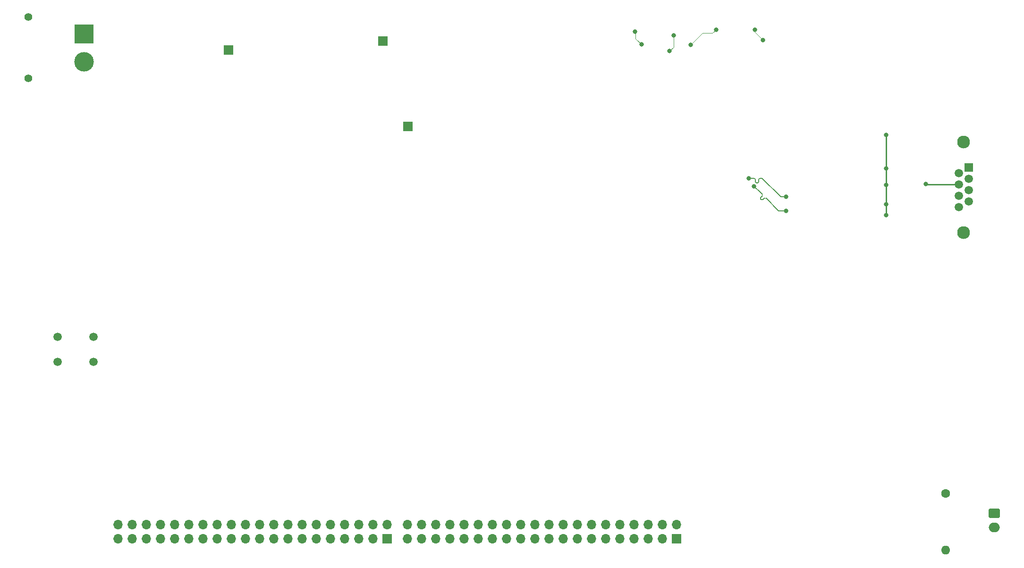
<source format=gbr>
%TF.GenerationSoftware,KiCad,Pcbnew,8.0.5*%
%TF.CreationDate,2024-09-23T23:51:48+09:00*%
%TF.ProjectId,MCU_Unit,4d43555f-556e-4697-942e-6b696361645f,rev?*%
%TF.SameCoordinates,Original*%
%TF.FileFunction,Copper,L2,Bot*%
%TF.FilePolarity,Positive*%
%FSLAX46Y46*%
G04 Gerber Fmt 4.6, Leading zero omitted, Abs format (unit mm)*
G04 Created by KiCad (PCBNEW 8.0.5) date 2024-09-23 23:51:48*
%MOMM*%
%LPD*%
G01*
G04 APERTURE LIST*
G04 Aperture macros list*
%AMRoundRect*
0 Rectangle with rounded corners*
0 $1 Rounding radius*
0 $2 $3 $4 $5 $6 $7 $8 $9 X,Y pos of 4 corners*
0 Add a 4 corners polygon primitive as box body*
4,1,4,$2,$3,$4,$5,$6,$7,$8,$9,$2,$3,0*
0 Add four circle primitives for the rounded corners*
1,1,$1+$1,$2,$3*
1,1,$1+$1,$4,$5*
1,1,$1+$1,$6,$7*
1,1,$1+$1,$8,$9*
0 Add four rect primitives between the rounded corners*
20,1,$1+$1,$2,$3,$4,$5,0*
20,1,$1+$1,$4,$5,$6,$7,0*
20,1,$1+$1,$6,$7,$8,$9,0*
20,1,$1+$1,$8,$9,$2,$3,0*%
G04 Aperture macros list end*
%TA.AperFunction,ComponentPad*%
%ADD10C,1.500000*%
%TD*%
%TA.AperFunction,ComponentPad*%
%ADD11R,1.700000X1.700000*%
%TD*%
%TA.AperFunction,ComponentPad*%
%ADD12O,1.700000X1.700000*%
%TD*%
%TA.AperFunction,ComponentPad*%
%ADD13R,1.500000X1.500000*%
%TD*%
%TA.AperFunction,ComponentPad*%
%ADD14C,2.300000*%
%TD*%
%TA.AperFunction,ComponentPad*%
%ADD15C,1.600000*%
%TD*%
%TA.AperFunction,ComponentPad*%
%ADD16O,1.600000X1.600000*%
%TD*%
%TA.AperFunction,ComponentPad*%
%ADD17C,1.400000*%
%TD*%
%TA.AperFunction,ComponentPad*%
%ADD18R,3.500000X3.500000*%
%TD*%
%TA.AperFunction,ComponentPad*%
%ADD19C,3.500000*%
%TD*%
%TA.AperFunction,ComponentPad*%
%ADD20RoundRect,0.250000X-0.750000X0.600000X-0.750000X-0.600000X0.750000X-0.600000X0.750000X0.600000X0*%
%TD*%
%TA.AperFunction,ComponentPad*%
%ADD21O,2.000000X1.700000*%
%TD*%
%TA.AperFunction,ViaPad*%
%ADD22C,0.800000*%
%TD*%
%TA.AperFunction,Conductor*%
%ADD23C,0.200000*%
%TD*%
%TA.AperFunction,Conductor*%
%ADD24C,0.100000*%
%TD*%
%TA.AperFunction,Conductor*%
%ADD25C,0.250000*%
%TD*%
G04 APERTURE END LIST*
D10*
%TO.P,S1,1,COM_1*%
%TO.N,GND*%
X35200000Y-92050000D03*
%TO.P,S1,2,COM_2*%
%TO.N,Net-(S1-COM_2)*%
X41700000Y-92050000D03*
%TO.P,S1,3,NO_1*%
%TO.N,unconnected-(S1-NO_1-Pad3)*%
X35200000Y-96550000D03*
%TO.P,S1,4,NO_2*%
%TO.N,unconnected-(S1-NO_2-Pad4)*%
X41700000Y-96550000D03*
%TD*%
D11*
%TO.P,J10,1,Pin_1*%
%TO.N,PD0*%
X94370000Y-128287500D03*
D12*
%TO.P,J10,2,Pin_2*%
%TO.N,PD1*%
X94370000Y-125747500D03*
%TO.P,J10,3,Pin_3*%
%TO.N,PD2*%
X91830000Y-128287500D03*
%TO.P,J10,4,Pin_4*%
%TO.N,PD3*%
X91830000Y-125747500D03*
%TO.P,J10,5,Pin_5*%
%TO.N,PD4*%
X89290000Y-128287500D03*
%TO.P,J10,6,Pin_6*%
%TO.N,PD5*%
X89290000Y-125747500D03*
%TO.P,J10,7,Pin_7*%
%TO.N,PD6*%
X86750000Y-128287500D03*
%TO.P,J10,8,Pin_8*%
%TO.N,PD7*%
X86750000Y-125747500D03*
%TO.P,J10,9,Pin_9*%
%TO.N,PD8*%
X84210000Y-128287500D03*
%TO.P,J10,10,Pin_10*%
%TO.N,PD9*%
X84210000Y-125747500D03*
%TO.P,J10,11,Pin_11*%
%TO.N,PD10*%
X81670000Y-128287500D03*
%TO.P,J10,12,Pin_12*%
%TO.N,PD11*%
X81670000Y-125747500D03*
%TO.P,J10,13,Pin_13*%
%TO.N,PD12*%
X79130000Y-128287500D03*
%TO.P,J10,14,Pin_14*%
%TO.N,PD13*%
X79130000Y-125747500D03*
%TO.P,J10,15,Pin_15*%
%TO.N,PD14*%
X76590000Y-128287500D03*
%TO.P,J10,16,Pin_16*%
%TO.N,PD15*%
X76590000Y-125747500D03*
%TO.P,J10,17,Pin_17*%
%TO.N,+3V3*%
X74050000Y-128287500D03*
%TO.P,J10,18,Pin_18*%
X74050000Y-125747500D03*
%TO.P,J10,19,Pin_19*%
X71510000Y-128287500D03*
%TO.P,J10,20,Pin_20*%
X71510000Y-125747500D03*
%TO.P,J10,21,Pin_21*%
%TO.N,GND*%
X68970000Y-128287500D03*
%TO.P,J10,22,Pin_22*%
X68970000Y-125747500D03*
%TO.P,J10,23,Pin_23*%
X66430000Y-128287500D03*
%TO.P,J10,24,Pin_24*%
X66430000Y-125747500D03*
%TO.P,J10,25,Pin_25*%
%TO.N,24V_RP*%
X63890000Y-128287500D03*
%TO.P,J10,26,Pin_26*%
X63890000Y-125747500D03*
%TO.P,J10,27,Pin_27*%
X61350000Y-128287500D03*
%TO.P,J10,28,Pin_28*%
X61350000Y-125747500D03*
%TO.P,J10,29,Pin_29*%
X58810000Y-128287500D03*
%TO.P,J10,30,Pin_30*%
X58810000Y-125747500D03*
%TO.P,J10,31,Pin_31*%
X56270000Y-128287500D03*
%TO.P,J10,32,Pin_32*%
X56270000Y-125747500D03*
%TO.P,J10,33,Pin_33*%
%TO.N,GND*%
X53730000Y-128287500D03*
%TO.P,J10,34,Pin_34*%
X53730000Y-125747500D03*
%TO.P,J10,35,Pin_35*%
X51190000Y-128287500D03*
%TO.P,J10,36,Pin_36*%
X51190000Y-125747500D03*
%TO.P,J10,37,Pin_37*%
X48650000Y-128287500D03*
%TO.P,J10,38,Pin_38*%
X48650000Y-125747500D03*
%TO.P,J10,39,Pin_39*%
X46110000Y-128287500D03*
%TO.P,J10,40,Pin_40*%
X46110000Y-125747500D03*
%TD*%
%TO.P,J6,40,Pin_40*%
%TO.N,PF15*%
X97970000Y-125750000D03*
%TO.P,J6,39,Pin_39*%
%TO.N,PF14*%
X97970000Y-128290000D03*
%TO.P,J6,38,Pin_38*%
%TO.N,PF13*%
X100510000Y-125750000D03*
%TO.P,J6,37,Pin_37*%
%TO.N,PF12*%
X100510000Y-128290000D03*
%TO.P,J6,36,Pin_36*%
%TO.N,PF11*%
X103050000Y-125750000D03*
%TO.P,J6,35,Pin_35*%
%TO.N,PF10*%
X103050000Y-128290000D03*
%TO.P,J6,34,Pin_34*%
%TO.N,PF9*%
X105590000Y-125750000D03*
%TO.P,J6,33,Pin_33*%
%TO.N,PF8*%
X105590000Y-128290000D03*
%TO.P,J6,32,Pin_32*%
%TO.N,PF7*%
X108130000Y-125750000D03*
%TO.P,J6,31,Pin_31*%
%TO.N,PF6*%
X108130000Y-128290000D03*
%TO.P,J6,30,Pin_30*%
%TO.N,PF5*%
X110670000Y-125750000D03*
%TO.P,J6,29,Pin_29*%
%TO.N,PF4*%
X110670000Y-128290000D03*
%TO.P,J6,28,Pin_28*%
%TO.N,PF3*%
X113210000Y-125750000D03*
%TO.P,J6,27,Pin_27*%
%TO.N,PF2*%
X113210000Y-128290000D03*
%TO.P,J6,26,Pin_26*%
%TO.N,PF1*%
X115750000Y-125750000D03*
%TO.P,J6,25,Pin_25*%
%TO.N,PF0*%
X115750000Y-128290000D03*
%TO.P,J6,24,Pin_24*%
%TO.N,GND*%
X118290000Y-125750000D03*
%TO.P,J6,23,Pin_23*%
X118290000Y-128290000D03*
%TO.P,J6,22,Pin_22*%
X120830000Y-125750000D03*
%TO.P,J6,21,Pin_21*%
X120830000Y-128290000D03*
%TO.P,J6,20,Pin_20*%
%TO.N,+3V3*%
X123370000Y-125750000D03*
%TO.P,J6,19,Pin_19*%
X123370000Y-128290000D03*
%TO.P,J6,18,Pin_18*%
X125910000Y-125750000D03*
%TO.P,J6,17,Pin_17*%
X125910000Y-128290000D03*
%TO.P,J6,16,Pin_16*%
%TO.N,PG15*%
X128450000Y-125750000D03*
%TO.P,J6,15,Pin_15*%
%TO.N,PG14*%
X128450000Y-128290000D03*
%TO.P,J6,14,Pin_14*%
%TO.N,PG13*%
X130990000Y-125750000D03*
%TO.P,J6,13,Pin_13*%
%TO.N,PG12*%
X130990000Y-128290000D03*
%TO.P,J6,12,Pin_12*%
%TO.N,PG11*%
X133530000Y-125750000D03*
%TO.P,J6,11,Pin_11*%
%TO.N,PG10*%
X133530000Y-128290000D03*
%TO.P,J6,10,Pin_10*%
%TO.N,PG9*%
X136070000Y-125750000D03*
%TO.P,J6,9,Pin_9*%
%TO.N,PG8*%
X136070000Y-128290000D03*
%TO.P,J6,8,Pin_8*%
%TO.N,PG7*%
X138610000Y-125750000D03*
%TO.P,J6,7,Pin_7*%
%TO.N,PG6*%
X138610000Y-128290000D03*
%TO.P,J6,6,Pin_6*%
%TO.N,PG5*%
X141150000Y-125750000D03*
%TO.P,J6,5,Pin_5*%
%TO.N,PG4*%
X141150000Y-128290000D03*
%TO.P,J6,4,Pin_4*%
%TO.N,PG3*%
X143690000Y-125750000D03*
%TO.P,J6,3,Pin_3*%
%TO.N,PG2*%
X143690000Y-128290000D03*
%TO.P,J6,2,Pin_2*%
%TO.N,PG1*%
X146230000Y-125750000D03*
D11*
%TO.P,J6,1,Pin_1*%
%TO.N,PG0*%
X146230000Y-128290000D03*
%TD*%
D13*
%TO.P,J1,1*%
%TO.N,Net-(T1-TX1+)*%
X198630000Y-61588000D03*
D10*
%TO.P,J1,2*%
%TO.N,Net-(T1-TX1-)*%
X196850000Y-62604000D03*
%TO.P,J1,3*%
%TO.N,Net-(T1-RX1+)*%
X198630000Y-63620000D03*
%TO.P,J1,4*%
%TO.N,Net-(J1-Pad4)*%
X196850000Y-64636000D03*
%TO.P,J1,5*%
X198630000Y-65652000D03*
%TO.P,J1,6*%
%TO.N,Net-(T1-RX-)*%
X196850000Y-66668000D03*
%TO.P,J1,7*%
%TO.N,Net-(J1-Pad7)*%
X198630000Y-67684000D03*
%TO.P,J1,8*%
X196850000Y-68700000D03*
D14*
%TO.P,J1,SH*%
%TO.N,Earth*%
X197740000Y-57018000D03*
X197740000Y-73278000D03*
%TD*%
D15*
%TO.P,R41,1*%
%TO.N,Net-(J2-Pin_1)*%
X194500000Y-120120000D03*
D16*
%TO.P,R41,2*%
%TO.N,Net-(J2-Pin_2)*%
X194500000Y-130280000D03*
%TD*%
D17*
%TO.P,J13,*%
%TO.N,*%
X29975000Y-45650000D03*
X29975000Y-34650000D03*
D18*
%TO.P,J13,1,Pin_1*%
%TO.N,GND*%
X39975000Y-37650000D03*
D19*
%TO.P,J13,2,Pin_2*%
%TO.N,Net-(J13-Pin_2)*%
X39975000Y-42650000D03*
%TD*%
D11*
%TO.P,J5,1,Pin_1*%
%TO.N,24V_RP*%
X65900000Y-40559432D03*
%TD*%
%TO.P,J4,1,Pin_1*%
%TO.N,GND*%
X93596418Y-38917639D03*
%TD*%
%TO.P,J3,1,Pin_1*%
%TO.N,+3V3*%
X98064321Y-54275169D03*
%TD*%
D20*
%TO.P,J2,1,Pin_1*%
%TO.N,Net-(J2-Pin_1)*%
X203200000Y-123700000D03*
D21*
%TO.P,J2,2,Pin_2*%
%TO.N,Net-(J2-Pin_2)*%
X203200000Y-126200000D03*
%TD*%
D22*
%TO.N,/Ethernet/RD-*%
X165900000Y-69400000D03*
X160141885Y-64984396D03*
%TO.N,/Ethernet/RD+*%
X165900000Y-66900000D03*
X159144508Y-63580798D03*
%TO.N,Net-(D35-K)*%
X139938248Y-39549252D03*
X138820000Y-37237500D03*
%TO.N,Net-(D27-K)*%
X145700000Y-37887500D03*
X145000000Y-40737500D03*
%TO.N,Net-(D19-K)*%
X148750000Y-39637500D03*
X153300000Y-36937500D03*
%TO.N,Net-(D11-K)*%
X161715380Y-38772120D03*
X160309318Y-36887500D03*
%TO.N,Net-(C18-Pad1)*%
X183800000Y-55800000D03*
X183800000Y-68200000D03*
X183800000Y-64800000D03*
X183800000Y-61800000D03*
X183800000Y-70200000D03*
%TO.N,Net-(J1-Pad4)*%
X190900000Y-64600000D03*
%TD*%
D23*
%TO.N,/Ethernet/RD-*%
X161331218Y-67019430D02*
X161604162Y-66746487D01*
X161469588Y-66312099D02*
X161178745Y-66021256D01*
X164557489Y-69400000D02*
X162278744Y-67121255D01*
X161978930Y-67121255D02*
X161705985Y-67394197D01*
X161406173Y-67394198D02*
X161331219Y-67319244D01*
X161529210Y-66371721D02*
X161469588Y-66312099D01*
X161604161Y-66446673D02*
X161529210Y-66371721D01*
X165900000Y-69400000D02*
X164557489Y-69400000D01*
X161178745Y-66021256D02*
X161178745Y-66021255D01*
X161604162Y-66746487D02*
G75*
G03*
X161604142Y-66446693I-149862J149887D01*
G01*
X161331219Y-67319244D02*
G75*
G02*
X161331181Y-67019393I149881J149944D01*
G01*
X162278744Y-67121255D02*
G75*
G03*
X161978930Y-67121255I-149907J-149902D01*
G01*
X161705985Y-67394197D02*
G75*
G02*
X161406195Y-67394177I-149885J149897D01*
G01*
X161375025Y-66217536D02*
X161298645Y-66141156D01*
X161298645Y-66141156D02*
X160141885Y-64984396D01*
%TO.N,/Ethernet/RD+*%
X160600000Y-64380798D02*
G75*
G02*
X160360002Y-64140798I0J239998D01*
G01*
X160360000Y-63820798D02*
G75*
G03*
X160120000Y-63580800I-240000J-2D01*
G01*
X160960000Y-64140798D02*
G75*
G02*
X160720000Y-64380800I-240000J-2D01*
G01*
X161200000Y-63580798D02*
G75*
G03*
X160959998Y-63820798I0J-240002D01*
G01*
X164900000Y-66900000D02*
X161580798Y-63580798D01*
X160120000Y-63580798D02*
X160000000Y-63580798D01*
X165900000Y-66900000D02*
X164900000Y-66900000D01*
X160960000Y-63820798D02*
X160960000Y-64140798D01*
X159998447Y-63580798D02*
X159144508Y-63580798D01*
X161580798Y-63580798D02*
X161200000Y-63580798D01*
X160000000Y-63580798D02*
X159998447Y-63580798D01*
X160720000Y-64380798D02*
X160600000Y-64380798D01*
X160360000Y-64140798D02*
X160360000Y-63820798D01*
D24*
%TO.N,Net-(D35-K)*%
X138880000Y-37297500D02*
X138880000Y-38491004D01*
X138880000Y-38491004D02*
X139938248Y-39549252D01*
X138820000Y-37237500D02*
X138880000Y-37297500D01*
%TO.N,Net-(D27-K)*%
X145700000Y-40037500D02*
X145700000Y-37887500D01*
X145000000Y-40737500D02*
X145700000Y-40037500D01*
%TO.N,Net-(D19-K)*%
X150850000Y-37537500D02*
X152700000Y-37537500D01*
X152700000Y-37537500D02*
X153300000Y-36937500D01*
X148750000Y-39637500D02*
X150850000Y-37537500D01*
%TO.N,Net-(D11-K)*%
X160309318Y-37366058D02*
X161715380Y-38772120D01*
X160309318Y-36887500D02*
X160309318Y-37366058D01*
D25*
%TO.N,Net-(C18-Pad1)*%
X183800000Y-61800000D02*
X183800000Y-55800000D01*
X183800000Y-68200000D02*
X183800000Y-64800000D01*
X183800000Y-70200000D02*
X183800000Y-68200000D01*
X183800000Y-64800000D02*
X183800000Y-61800000D01*
%TO.N,Net-(J1-Pad4)*%
X190936000Y-64636000D02*
X196850000Y-64636000D01*
X190900000Y-64600000D02*
X190936000Y-64636000D01*
%TD*%
M02*

</source>
